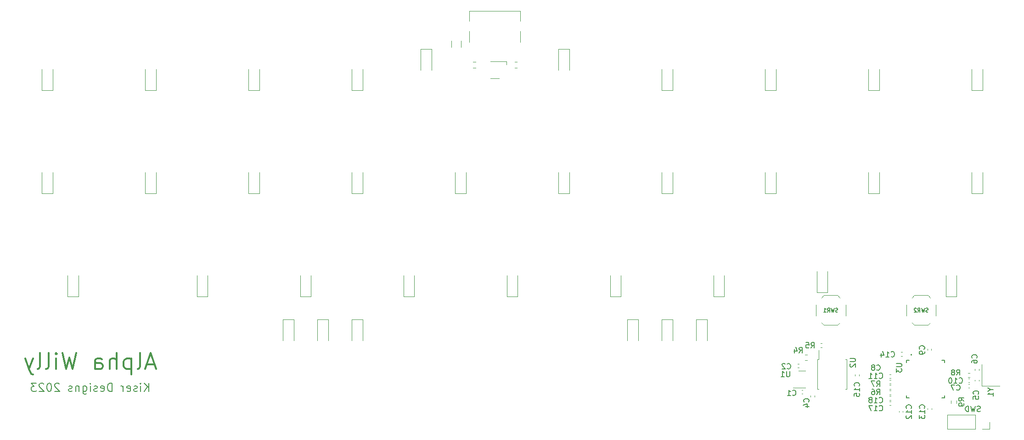
<source format=gbr>
%TF.GenerationSoftware,KiCad,Pcbnew,(6.0.10)*%
%TF.CreationDate,2023-02-13T13:47:23-06:00*%
%TF.ProjectId,AlphaWetPCB,416c7068-6157-4657-9450-43422e6b6963,rev?*%
%TF.SameCoordinates,Original*%
%TF.FileFunction,Legend,Bot*%
%TF.FilePolarity,Positive*%
%FSLAX46Y46*%
G04 Gerber Fmt 4.6, Leading zero omitted, Abs format (unit mm)*
G04 Created by KiCad (PCBNEW (6.0.10)) date 2023-02-13 13:47:23*
%MOMM*%
%LPD*%
G01*
G04 APERTURE LIST*
%ADD10C,0.300000*%
%ADD11C,0.150000*%
%ADD12C,0.200000*%
%ADD13C,0.120000*%
%ADD14C,0.127000*%
G04 APERTURE END LIST*
D10*
X75357142Y-83843750D02*
X73928571Y-83843750D01*
X75642857Y-84700892D02*
X74642857Y-81700892D01*
X73642857Y-84700892D01*
X72214285Y-84700892D02*
X72500000Y-84558035D01*
X72642857Y-84272321D01*
X72642857Y-81700892D01*
X71071428Y-82700892D02*
X71071428Y-85700892D01*
X71071428Y-82843750D02*
X70785714Y-82700892D01*
X70214285Y-82700892D01*
X69928571Y-82843750D01*
X69785714Y-82986607D01*
X69642857Y-83272321D01*
X69642857Y-84129464D01*
X69785714Y-84415178D01*
X69928571Y-84558035D01*
X70214285Y-84700892D01*
X70785714Y-84700892D01*
X71071428Y-84558035D01*
X68357142Y-84700892D02*
X68357142Y-81700892D01*
X67071428Y-84700892D02*
X67071428Y-83129464D01*
X67214285Y-82843750D01*
X67500000Y-82700892D01*
X67928571Y-82700892D01*
X68214285Y-82843750D01*
X68357142Y-82986607D01*
X64357142Y-84700892D02*
X64357142Y-83129464D01*
X64500000Y-82843750D01*
X64785714Y-82700892D01*
X65357142Y-82700892D01*
X65642857Y-82843750D01*
X64357142Y-84558035D02*
X64642857Y-84700892D01*
X65357142Y-84700892D01*
X65642857Y-84558035D01*
X65785714Y-84272321D01*
X65785714Y-83986607D01*
X65642857Y-83700892D01*
X65357142Y-83558035D01*
X64642857Y-83558035D01*
X64357142Y-83415178D01*
X60928571Y-81700892D02*
X60214285Y-84700892D01*
X59642857Y-82558035D01*
X59071428Y-84700892D01*
X58357142Y-81700892D01*
X57214285Y-84700892D02*
X57214285Y-82700892D01*
X57214285Y-81700892D02*
X57357142Y-81843750D01*
X57214285Y-81986607D01*
X57071428Y-81843750D01*
X57214285Y-81700892D01*
X57214285Y-81986607D01*
X55357142Y-84700892D02*
X55642857Y-84558035D01*
X55785714Y-84272321D01*
X55785714Y-81700892D01*
X53785714Y-84700892D02*
X54071428Y-84558035D01*
X54214285Y-84272321D01*
X54214285Y-81700892D01*
X52928571Y-82700892D02*
X52214285Y-84700892D01*
X51500000Y-82700892D02*
X52214285Y-84700892D01*
X52500000Y-85415178D01*
X52642857Y-85558035D01*
X52928571Y-85700892D01*
D11*
X227575892Y-92479761D02*
X227433035Y-92527380D01*
X227194940Y-92527380D01*
X227099702Y-92479761D01*
X227052083Y-92432142D01*
X227004464Y-92336904D01*
X227004464Y-92241666D01*
X227052083Y-92146428D01*
X227099702Y-92098809D01*
X227194940Y-92051190D01*
X227385416Y-92003571D01*
X227480654Y-91955952D01*
X227528273Y-91908333D01*
X227575892Y-91813095D01*
X227575892Y-91717857D01*
X227528273Y-91622619D01*
X227480654Y-91575000D01*
X227385416Y-91527380D01*
X227147321Y-91527380D01*
X227004464Y-91575000D01*
X226671130Y-91527380D02*
X226433035Y-92527380D01*
X226242559Y-91813095D01*
X226052083Y-92527380D01*
X225813988Y-91527380D01*
X225433035Y-92527380D02*
X225433035Y-91527380D01*
X225194940Y-91527380D01*
X225052083Y-91575000D01*
X224956845Y-91670238D01*
X224909226Y-91765476D01*
X224861607Y-91955952D01*
X224861607Y-92098809D01*
X224909226Y-92289285D01*
X224956845Y-92384523D01*
X225052083Y-92479761D01*
X225194940Y-92527380D01*
X225433035Y-92527380D01*
D12*
X74285714Y-88784821D02*
X74285714Y-87284821D01*
X73428571Y-88784821D02*
X74071428Y-87927678D01*
X73428571Y-87284821D02*
X74285714Y-88141964D01*
X72785714Y-88784821D02*
X72785714Y-87784821D01*
X72785714Y-87284821D02*
X72857142Y-87356250D01*
X72785714Y-87427678D01*
X72714285Y-87356250D01*
X72785714Y-87284821D01*
X72785714Y-87427678D01*
X72142857Y-88713392D02*
X72000000Y-88784821D01*
X71714285Y-88784821D01*
X71571428Y-88713392D01*
X71500000Y-88570535D01*
X71500000Y-88499107D01*
X71571428Y-88356250D01*
X71714285Y-88284821D01*
X71928571Y-88284821D01*
X72071428Y-88213392D01*
X72142857Y-88070535D01*
X72142857Y-87999107D01*
X72071428Y-87856250D01*
X71928571Y-87784821D01*
X71714285Y-87784821D01*
X71571428Y-87856250D01*
X70285714Y-88713392D02*
X70428571Y-88784821D01*
X70714285Y-88784821D01*
X70857142Y-88713392D01*
X70928571Y-88570535D01*
X70928571Y-87999107D01*
X70857142Y-87856250D01*
X70714285Y-87784821D01*
X70428571Y-87784821D01*
X70285714Y-87856250D01*
X70214285Y-87999107D01*
X70214285Y-88141964D01*
X70928571Y-88284821D01*
X69571428Y-88784821D02*
X69571428Y-87784821D01*
X69571428Y-88070535D02*
X69500000Y-87927678D01*
X69428571Y-87856250D01*
X69285714Y-87784821D01*
X69142857Y-87784821D01*
X67500000Y-88784821D02*
X67500000Y-87284821D01*
X67142857Y-87284821D01*
X66928571Y-87356250D01*
X66785714Y-87499107D01*
X66714285Y-87641964D01*
X66642857Y-87927678D01*
X66642857Y-88141964D01*
X66714285Y-88427678D01*
X66785714Y-88570535D01*
X66928571Y-88713392D01*
X67142857Y-88784821D01*
X67500000Y-88784821D01*
X65428571Y-88713392D02*
X65571428Y-88784821D01*
X65857142Y-88784821D01*
X66000000Y-88713392D01*
X66071428Y-88570535D01*
X66071428Y-87999107D01*
X66000000Y-87856250D01*
X65857142Y-87784821D01*
X65571428Y-87784821D01*
X65428571Y-87856250D01*
X65357142Y-87999107D01*
X65357142Y-88141964D01*
X66071428Y-88284821D01*
X64785714Y-88713392D02*
X64642857Y-88784821D01*
X64357142Y-88784821D01*
X64214285Y-88713392D01*
X64142857Y-88570535D01*
X64142857Y-88499107D01*
X64214285Y-88356250D01*
X64357142Y-88284821D01*
X64571428Y-88284821D01*
X64714285Y-88213392D01*
X64785714Y-88070535D01*
X64785714Y-87999107D01*
X64714285Y-87856250D01*
X64571428Y-87784821D01*
X64357142Y-87784821D01*
X64214285Y-87856250D01*
X63500000Y-88784821D02*
X63500000Y-87784821D01*
X63500000Y-87284821D02*
X63571428Y-87356250D01*
X63500000Y-87427678D01*
X63428571Y-87356250D01*
X63500000Y-87284821D01*
X63500000Y-87427678D01*
X62142857Y-87784821D02*
X62142857Y-88999107D01*
X62214285Y-89141964D01*
X62285714Y-89213392D01*
X62428571Y-89284821D01*
X62642857Y-89284821D01*
X62785714Y-89213392D01*
X62142857Y-88713392D02*
X62285714Y-88784821D01*
X62571428Y-88784821D01*
X62714285Y-88713392D01*
X62785714Y-88641964D01*
X62857142Y-88499107D01*
X62857142Y-88070535D01*
X62785714Y-87927678D01*
X62714285Y-87856250D01*
X62571428Y-87784821D01*
X62285714Y-87784821D01*
X62142857Y-87856250D01*
X61428571Y-87784821D02*
X61428571Y-88784821D01*
X61428571Y-87927678D02*
X61357142Y-87856250D01*
X61214285Y-87784821D01*
X61000000Y-87784821D01*
X60857142Y-87856250D01*
X60785714Y-87999107D01*
X60785714Y-88784821D01*
X60142857Y-88713392D02*
X60000000Y-88784821D01*
X59714285Y-88784821D01*
X59571428Y-88713392D01*
X59500000Y-88570535D01*
X59500000Y-88499107D01*
X59571428Y-88356250D01*
X59714285Y-88284821D01*
X59928571Y-88284821D01*
X60071428Y-88213392D01*
X60142857Y-88070535D01*
X60142857Y-87999107D01*
X60071428Y-87856250D01*
X59928571Y-87784821D01*
X59714285Y-87784821D01*
X59571428Y-87856250D01*
X57785714Y-87427678D02*
X57714285Y-87356250D01*
X57571428Y-87284821D01*
X57214285Y-87284821D01*
X57071428Y-87356250D01*
X57000000Y-87427678D01*
X56928571Y-87570535D01*
X56928571Y-87713392D01*
X57000000Y-87927678D01*
X57857142Y-88784821D01*
X56928571Y-88784821D01*
X56000000Y-87284821D02*
X55857142Y-87284821D01*
X55714285Y-87356250D01*
X55642857Y-87427678D01*
X55571428Y-87570535D01*
X55500000Y-87856250D01*
X55500000Y-88213392D01*
X55571428Y-88499107D01*
X55642857Y-88641964D01*
X55714285Y-88713392D01*
X55857142Y-88784821D01*
X56000000Y-88784821D01*
X56142857Y-88713392D01*
X56214285Y-88641964D01*
X56285714Y-88499107D01*
X56357142Y-88213392D01*
X56357142Y-87856250D01*
X56285714Y-87570535D01*
X56214285Y-87427678D01*
X56142857Y-87356250D01*
X56000000Y-87284821D01*
X54928571Y-87427678D02*
X54857142Y-87356250D01*
X54714285Y-87284821D01*
X54357142Y-87284821D01*
X54214285Y-87356250D01*
X54142857Y-87427678D01*
X54071428Y-87570535D01*
X54071428Y-87713392D01*
X54142857Y-87927678D01*
X55000000Y-88784821D01*
X54071428Y-88784821D01*
X53571428Y-87284821D02*
X52642857Y-87284821D01*
X53142857Y-87856250D01*
X52928571Y-87856250D01*
X52785714Y-87927678D01*
X52714285Y-87999107D01*
X52642857Y-88141964D01*
X52642857Y-88499107D01*
X52714285Y-88641964D01*
X52785714Y-88713392D01*
X52928571Y-88784821D01*
X53357142Y-88784821D01*
X53500000Y-88713392D01*
X53571428Y-88641964D01*
D11*
%TO.C,R9*%
X224607076Y-90572589D02*
X224130886Y-90239256D01*
X224607076Y-90001160D02*
X223607076Y-90001160D01*
X223607076Y-90382113D01*
X223654696Y-90477351D01*
X223702315Y-90524970D01*
X223797553Y-90572589D01*
X223940410Y-90572589D01*
X224035648Y-90524970D01*
X224083267Y-90477351D01*
X224130886Y-90382113D01*
X224130886Y-90001160D01*
X224607076Y-91048779D02*
X224607076Y-91239256D01*
X224559457Y-91334494D01*
X224511838Y-91382113D01*
X224368981Y-91477351D01*
X224178505Y-91524970D01*
X223797553Y-91524970D01*
X223702315Y-91477351D01*
X223654696Y-91429732D01*
X223607076Y-91334494D01*
X223607076Y-91144017D01*
X223654696Y-91048779D01*
X223702315Y-91001160D01*
X223797553Y-90953541D01*
X224035648Y-90953541D01*
X224130886Y-91001160D01*
X224178505Y-91048779D01*
X224226124Y-91144017D01*
X224226124Y-91334494D01*
X224178505Y-91429732D01*
X224130886Y-91477351D01*
X224035648Y-91524970D01*
%TO.C,C11*%
X208981622Y-86299618D02*
X209029241Y-86347237D01*
X209172098Y-86394856D01*
X209267336Y-86394856D01*
X209410193Y-86347237D01*
X209505431Y-86251999D01*
X209553050Y-86156761D01*
X209600669Y-85966285D01*
X209600669Y-85823428D01*
X209553050Y-85632952D01*
X209505431Y-85537714D01*
X209410193Y-85442476D01*
X209267336Y-85394856D01*
X209172098Y-85394856D01*
X209029241Y-85442476D01*
X208981622Y-85490095D01*
X208029241Y-86394856D02*
X208600669Y-86394856D01*
X208314955Y-86394856D02*
X208314955Y-85394856D01*
X208410193Y-85537714D01*
X208505431Y-85632952D01*
X208600669Y-85680571D01*
X207076860Y-86394856D02*
X207648288Y-86394856D01*
X207362574Y-86394856D02*
X207362574Y-85394856D01*
X207457812Y-85537714D01*
X207553050Y-85632952D01*
X207648288Y-85680571D01*
%TO.C,C4*%
X195922539Y-90742979D02*
X195970158Y-90695360D01*
X196017777Y-90552503D01*
X196017777Y-90457265D01*
X195970158Y-90314407D01*
X195874920Y-90219169D01*
X195779682Y-90171550D01*
X195589206Y-90123931D01*
X195446349Y-90123931D01*
X195255873Y-90171550D01*
X195160635Y-90219169D01*
X195065397Y-90314407D01*
X195017777Y-90457265D01*
X195017777Y-90552503D01*
X195065397Y-90695360D01*
X195113016Y-90742979D01*
X195351111Y-91600122D02*
X196017777Y-91600122D01*
X194970158Y-91362026D02*
X195684444Y-91123931D01*
X195684444Y-91742979D01*
%TO.C,R4*%
X194214435Y-81666069D02*
X194547769Y-81189879D01*
X194785864Y-81666069D02*
X194785864Y-80666069D01*
X194404911Y-80666069D01*
X194309673Y-80713689D01*
X194262054Y-80761308D01*
X194214435Y-80856546D01*
X194214435Y-80999403D01*
X194262054Y-81094641D01*
X194309673Y-81142260D01*
X194404911Y-81189879D01*
X194785864Y-81189879D01*
X193357292Y-80999403D02*
X193357292Y-81666069D01*
X193595388Y-80618450D02*
X193833483Y-81332736D01*
X193214435Y-81332736D01*
%TO.C,U1*%
X192448918Y-85092484D02*
X192448918Y-85902008D01*
X192401299Y-85997246D01*
X192353680Y-86044865D01*
X192258442Y-86092484D01*
X192067966Y-86092484D01*
X191972728Y-86044865D01*
X191925109Y-85997246D01*
X191877490Y-85902008D01*
X191877490Y-85092484D01*
X190877490Y-86092484D02*
X191448918Y-86092484D01*
X191163204Y-86092484D02*
X191163204Y-85092484D01*
X191258442Y-85235342D01*
X191353680Y-85330580D01*
X191448918Y-85378199D01*
%TO.C,R8*%
X223230313Y-85790111D02*
X223563647Y-85313921D01*
X223801742Y-85790111D02*
X223801742Y-84790111D01*
X223420789Y-84790111D01*
X223325551Y-84837731D01*
X223277932Y-84885350D01*
X223230313Y-84980588D01*
X223230313Y-85123445D01*
X223277932Y-85218683D01*
X223325551Y-85266302D01*
X223420789Y-85313921D01*
X223801742Y-85313921D01*
X222658885Y-85218683D02*
X222754123Y-85171064D01*
X222801742Y-85123445D01*
X222849361Y-85028207D01*
X222849361Y-84980588D01*
X222801742Y-84885350D01*
X222754123Y-84837731D01*
X222658885Y-84790111D01*
X222468408Y-84790111D01*
X222373170Y-84837731D01*
X222325551Y-84885350D01*
X222277932Y-84980588D01*
X222277932Y-85028207D01*
X222325551Y-85123445D01*
X222373170Y-85171064D01*
X222468408Y-85218683D01*
X222658885Y-85218683D01*
X222754123Y-85266302D01*
X222801742Y-85313921D01*
X222849361Y-85409159D01*
X222849361Y-85599635D01*
X222801742Y-85694873D01*
X222754123Y-85742492D01*
X222658885Y-85790111D01*
X222468408Y-85790111D01*
X222373170Y-85742492D01*
X222325551Y-85694873D01*
X222277932Y-85599635D01*
X222277932Y-85409159D01*
X222325551Y-85313921D01*
X222373170Y-85266302D01*
X222468408Y-85218683D01*
%TO.C,C17*%
X208981622Y-92299618D02*
X209029241Y-92347237D01*
X209172098Y-92394856D01*
X209267336Y-92394856D01*
X209410193Y-92347237D01*
X209505431Y-92251999D01*
X209553050Y-92156761D01*
X209600669Y-91966285D01*
X209600669Y-91823428D01*
X209553050Y-91632952D01*
X209505431Y-91537714D01*
X209410193Y-91442476D01*
X209267336Y-91394856D01*
X209172098Y-91394856D01*
X209029241Y-91442476D01*
X208981622Y-91490095D01*
X208029241Y-92394856D02*
X208600669Y-92394856D01*
X208314955Y-92394856D02*
X208314955Y-91394856D01*
X208410193Y-91537714D01*
X208505431Y-91632952D01*
X208600669Y-91680571D01*
X207695907Y-91394856D02*
X207029241Y-91394856D01*
X207457812Y-92394856D01*
%TO.C,C10*%
X223690232Y-87194873D02*
X223737851Y-87242492D01*
X223880708Y-87290111D01*
X223975946Y-87290111D01*
X224118803Y-87242492D01*
X224214041Y-87147254D01*
X224261660Y-87052016D01*
X224309279Y-86861540D01*
X224309279Y-86718683D01*
X224261660Y-86528207D01*
X224214041Y-86432969D01*
X224118803Y-86337731D01*
X223975946Y-86290111D01*
X223880708Y-86290111D01*
X223737851Y-86337731D01*
X223690232Y-86385350D01*
X222737851Y-87290111D02*
X223309279Y-87290111D01*
X223023565Y-87290111D02*
X223023565Y-86290111D01*
X223118803Y-86432969D01*
X223214041Y-86528207D01*
X223309279Y-86575826D01*
X222118803Y-86290111D02*
X222023565Y-86290111D01*
X221928327Y-86337731D01*
X221880708Y-86385350D01*
X221833089Y-86480588D01*
X221785470Y-86671064D01*
X221785470Y-86909159D01*
X221833089Y-87099635D01*
X221880708Y-87194873D01*
X221928327Y-87242492D01*
X222023565Y-87290111D01*
X222118803Y-87290111D01*
X222214041Y-87242492D01*
X222261660Y-87194873D01*
X222309279Y-87099635D01*
X222356898Y-86909159D01*
X222356898Y-86671064D01*
X222309279Y-86480588D01*
X222261660Y-86385350D01*
X222214041Y-86337731D01*
X222118803Y-86290111D01*
%TO.C,C15*%
X205238891Y-87812417D02*
X205286510Y-87764798D01*
X205334129Y-87621941D01*
X205334129Y-87526703D01*
X205286510Y-87383846D01*
X205191272Y-87288608D01*
X205096034Y-87240989D01*
X204905558Y-87193370D01*
X204762701Y-87193370D01*
X204572225Y-87240989D01*
X204476987Y-87288608D01*
X204381749Y-87383846D01*
X204334129Y-87526703D01*
X204334129Y-87621941D01*
X204381749Y-87764798D01*
X204429368Y-87812417D01*
X205334129Y-88764798D02*
X205334129Y-88193370D01*
X205334129Y-88479084D02*
X204334129Y-88479084D01*
X204476987Y-88383846D01*
X204572225Y-88288608D01*
X204619844Y-88193370D01*
X204334129Y-89669560D02*
X204334129Y-89193370D01*
X204810320Y-89145751D01*
X204762701Y-89193370D01*
X204715082Y-89288608D01*
X204715082Y-89526703D01*
X204762701Y-89621941D01*
X204810320Y-89669560D01*
X204905558Y-89717179D01*
X205143653Y-89717179D01*
X205238891Y-89669560D01*
X205286510Y-89621941D01*
X205334129Y-89526703D01*
X205334129Y-89288608D01*
X205286510Y-89193370D01*
X205238891Y-89145751D01*
%TO.C,U3*%
X212101332Y-83643787D02*
X212910856Y-83643787D01*
X213006094Y-83691406D01*
X213053713Y-83739025D01*
X213101332Y-83834263D01*
X213101332Y-84024739D01*
X213053713Y-84119977D01*
X213006094Y-84167596D01*
X212910856Y-84215215D01*
X212101332Y-84215215D01*
X212101332Y-84596168D02*
X212101332Y-85215215D01*
X212482285Y-84881882D01*
X212482285Y-85024739D01*
X212529904Y-85119977D01*
X212577523Y-85167596D01*
X212672761Y-85215215D01*
X212910856Y-85215215D01*
X213006094Y-85167596D01*
X213053713Y-85119977D01*
X213101332Y-85024739D01*
X213101332Y-84739025D01*
X213053713Y-84643787D01*
X213006094Y-84596168D01*
%TO.C,C13*%
X217262434Y-91908148D02*
X217310053Y-91860529D01*
X217357672Y-91717672D01*
X217357672Y-91622434D01*
X217310053Y-91479577D01*
X217214815Y-91384339D01*
X217119577Y-91336720D01*
X216929101Y-91289101D01*
X216786244Y-91289101D01*
X216595768Y-91336720D01*
X216500530Y-91384339D01*
X216405292Y-91479577D01*
X216357672Y-91622434D01*
X216357672Y-91717672D01*
X216405292Y-91860529D01*
X216452911Y-91908148D01*
X217357672Y-92860529D02*
X217357672Y-92289101D01*
X217357672Y-92574815D02*
X216357672Y-92574815D01*
X216500530Y-92479577D01*
X216595768Y-92384339D01*
X216643387Y-92289101D01*
X216357672Y-93193863D02*
X216357672Y-93812910D01*
X216738625Y-93479577D01*
X216738625Y-93622434D01*
X216786244Y-93717672D01*
X216833863Y-93765291D01*
X216929101Y-93812910D01*
X217167196Y-93812910D01*
X217262434Y-93765291D01*
X217310053Y-93717672D01*
X217357672Y-93622434D01*
X217357672Y-93336720D01*
X217310053Y-93241482D01*
X217262434Y-93193863D01*
%TO.C,C2*%
X192001493Y-84544731D02*
X192049112Y-84592350D01*
X192191969Y-84639969D01*
X192287207Y-84639969D01*
X192430065Y-84592350D01*
X192525303Y-84497112D01*
X192572922Y-84401874D01*
X192620541Y-84211398D01*
X192620541Y-84068541D01*
X192572922Y-83878065D01*
X192525303Y-83782827D01*
X192430065Y-83687589D01*
X192287207Y-83639969D01*
X192191969Y-83639969D01*
X192049112Y-83687589D01*
X192001493Y-83735208D01*
X191620541Y-83735208D02*
X191572922Y-83687589D01*
X191477684Y-83639969D01*
X191239588Y-83639969D01*
X191144350Y-83687589D01*
X191096731Y-83735208D01*
X191049112Y-83830446D01*
X191049112Y-83925684D01*
X191096731Y-84068541D01*
X191668160Y-84639969D01*
X191049112Y-84639969D01*
%TO.C,R7*%
X208505431Y-87894856D02*
X208838765Y-87418666D01*
X209076860Y-87894856D02*
X209076860Y-86894856D01*
X208695907Y-86894856D01*
X208600669Y-86942476D01*
X208553050Y-86990095D01*
X208505431Y-87085333D01*
X208505431Y-87228190D01*
X208553050Y-87323428D01*
X208600669Y-87371047D01*
X208695907Y-87418666D01*
X209076860Y-87418666D01*
X208172098Y-86894856D02*
X207505431Y-86894856D01*
X207934003Y-87894856D01*
%TO.C,R5*%
X196385486Y-80780786D02*
X196718820Y-80304596D01*
X196956915Y-80780786D02*
X196956915Y-79780786D01*
X196575962Y-79780786D01*
X196480724Y-79828406D01*
X196433105Y-79876025D01*
X196385486Y-79971263D01*
X196385486Y-80114120D01*
X196433105Y-80209358D01*
X196480724Y-80256977D01*
X196575962Y-80304596D01*
X196956915Y-80304596D01*
X195480724Y-79780786D02*
X195956915Y-79780786D01*
X196004534Y-80256977D01*
X195956915Y-80209358D01*
X195861677Y-80161739D01*
X195623581Y-80161739D01*
X195528343Y-80209358D01*
X195480724Y-80256977D01*
X195433105Y-80352215D01*
X195433105Y-80590310D01*
X195480724Y-80685548D01*
X195528343Y-80733167D01*
X195623581Y-80780786D01*
X195861677Y-80780786D01*
X195956915Y-80733167D01*
X196004534Y-80685548D01*
%TO.C,C8*%
X208505431Y-84799618D02*
X208553050Y-84847237D01*
X208695907Y-84894856D01*
X208791145Y-84894856D01*
X208934003Y-84847237D01*
X209029241Y-84751999D01*
X209076860Y-84656761D01*
X209124479Y-84466285D01*
X209124479Y-84323428D01*
X209076860Y-84132952D01*
X209029241Y-84037714D01*
X208934003Y-83942476D01*
X208791145Y-83894856D01*
X208695907Y-83894856D01*
X208553050Y-83942476D01*
X208505431Y-83990095D01*
X207934003Y-84323428D02*
X208029241Y-84275809D01*
X208076860Y-84228190D01*
X208124479Y-84132952D01*
X208124479Y-84085333D01*
X208076860Y-83990095D01*
X208029241Y-83942476D01*
X207934003Y-83894856D01*
X207743526Y-83894856D01*
X207648288Y-83942476D01*
X207600669Y-83990095D01*
X207553050Y-84085333D01*
X207553050Y-84132952D01*
X207600669Y-84228190D01*
X207648288Y-84275809D01*
X207743526Y-84323428D01*
X207934003Y-84323428D01*
X208029241Y-84371047D01*
X208076860Y-84418666D01*
X208124479Y-84513904D01*
X208124479Y-84704380D01*
X208076860Y-84799618D01*
X208029241Y-84847237D01*
X207934003Y-84894856D01*
X207743526Y-84894856D01*
X207648288Y-84847237D01*
X207600669Y-84799618D01*
X207553050Y-84704380D01*
X207553050Y-84513904D01*
X207600669Y-84418666D01*
X207648288Y-84371047D01*
X207743526Y-84323428D01*
%TO.C,SWR1*%
X201308333Y-74102083D02*
X201208333Y-74135416D01*
X201041666Y-74135416D01*
X200975000Y-74102083D01*
X200941666Y-74068750D01*
X200908333Y-74002083D01*
X200908333Y-73935416D01*
X200941666Y-73868750D01*
X200975000Y-73835416D01*
X201041666Y-73802083D01*
X201175000Y-73768750D01*
X201241666Y-73735416D01*
X201275000Y-73702083D01*
X201308333Y-73635416D01*
X201308333Y-73568750D01*
X201275000Y-73502083D01*
X201241666Y-73468750D01*
X201175000Y-73435416D01*
X201008333Y-73435416D01*
X200908333Y-73468750D01*
X200675000Y-73435416D02*
X200508333Y-74135416D01*
X200375000Y-73635416D01*
X200241666Y-74135416D01*
X200075000Y-73435416D01*
X199408333Y-74135416D02*
X199641666Y-73802083D01*
X199808333Y-74135416D02*
X199808333Y-73435416D01*
X199541666Y-73435416D01*
X199475000Y-73468750D01*
X199441666Y-73502083D01*
X199408333Y-73568750D01*
X199408333Y-73668750D01*
X199441666Y-73735416D01*
X199475000Y-73768750D01*
X199541666Y-73802083D01*
X199808333Y-73802083D01*
X198741666Y-74135416D02*
X199141666Y-74135416D01*
X198941666Y-74135416D02*
X198941666Y-73435416D01*
X199008333Y-73535416D01*
X199075000Y-73602083D01*
X199141666Y-73635416D01*
%TO.C,C18*%
X208981622Y-90799618D02*
X209029241Y-90847237D01*
X209172098Y-90894856D01*
X209267336Y-90894856D01*
X209410193Y-90847237D01*
X209505431Y-90751999D01*
X209553050Y-90656761D01*
X209600669Y-90466285D01*
X209600669Y-90323428D01*
X209553050Y-90132952D01*
X209505431Y-90037714D01*
X209410193Y-89942476D01*
X209267336Y-89894856D01*
X209172098Y-89894856D01*
X209029241Y-89942476D01*
X208981622Y-89990095D01*
X208029241Y-90894856D02*
X208600669Y-90894856D01*
X208314955Y-90894856D02*
X208314955Y-89894856D01*
X208410193Y-90037714D01*
X208505431Y-90132952D01*
X208600669Y-90180571D01*
X207457812Y-90323428D02*
X207553050Y-90275809D01*
X207600669Y-90228190D01*
X207648288Y-90132952D01*
X207648288Y-90085333D01*
X207600669Y-89990095D01*
X207553050Y-89942476D01*
X207457812Y-89894856D01*
X207267336Y-89894856D01*
X207172098Y-89942476D01*
X207124479Y-89990095D01*
X207076860Y-90085333D01*
X207076860Y-90132952D01*
X207124479Y-90228190D01*
X207172098Y-90275809D01*
X207267336Y-90323428D01*
X207457812Y-90323428D01*
X207553050Y-90371047D01*
X207600669Y-90418666D01*
X207648288Y-90513904D01*
X207648288Y-90704380D01*
X207600669Y-90799618D01*
X207553050Y-90847237D01*
X207457812Y-90894856D01*
X207267336Y-90894856D01*
X207172098Y-90847237D01*
X207124479Y-90799618D01*
X207076860Y-90704380D01*
X207076860Y-90513904D01*
X207124479Y-90418666D01*
X207172098Y-90371047D01*
X207267336Y-90323428D01*
%TO.C,C5*%
X227207848Y-89303803D02*
X227255467Y-89256184D01*
X227303086Y-89113327D01*
X227303086Y-89018089D01*
X227255467Y-88875231D01*
X227160229Y-88779993D01*
X227064991Y-88732374D01*
X226874515Y-88684755D01*
X226731658Y-88684755D01*
X226541182Y-88732374D01*
X226445944Y-88779993D01*
X226350706Y-88875231D01*
X226303086Y-89018089D01*
X226303086Y-89113327D01*
X226350706Y-89256184D01*
X226398325Y-89303803D01*
X226303086Y-90208565D02*
X226303086Y-89732374D01*
X226779277Y-89684755D01*
X226731658Y-89732374D01*
X226684039Y-89827612D01*
X226684039Y-90065708D01*
X226731658Y-90160946D01*
X226779277Y-90208565D01*
X226874515Y-90256184D01*
X227112610Y-90256184D01*
X227207848Y-90208565D01*
X227255467Y-90160946D01*
X227303086Y-90065708D01*
X227303086Y-89827612D01*
X227255467Y-89732374D01*
X227207848Y-89684755D01*
%TO.C,C12*%
X214830290Y-91923916D02*
X214877909Y-91876297D01*
X214925528Y-91733440D01*
X214925528Y-91638202D01*
X214877909Y-91495345D01*
X214782671Y-91400107D01*
X214687433Y-91352488D01*
X214496957Y-91304869D01*
X214354100Y-91304869D01*
X214163624Y-91352488D01*
X214068386Y-91400107D01*
X213973148Y-91495345D01*
X213925528Y-91638202D01*
X213925528Y-91733440D01*
X213973148Y-91876297D01*
X214020767Y-91923916D01*
X214925528Y-92876297D02*
X214925528Y-92304869D01*
X214925528Y-92590583D02*
X213925528Y-92590583D01*
X214068386Y-92495345D01*
X214163624Y-92400107D01*
X214211243Y-92304869D01*
X214020767Y-93257250D02*
X213973148Y-93304869D01*
X213925528Y-93400107D01*
X213925528Y-93638202D01*
X213973148Y-93733440D01*
X214020767Y-93781059D01*
X214116005Y-93828678D01*
X214211243Y-93828678D01*
X214354100Y-93781059D01*
X214925528Y-93209631D01*
X214925528Y-93828678D01*
%TO.C,C9*%
X217234514Y-80997849D02*
X217282133Y-80950230D01*
X217329752Y-80807373D01*
X217329752Y-80712135D01*
X217282133Y-80569277D01*
X217186895Y-80474039D01*
X217091657Y-80426420D01*
X216901181Y-80378801D01*
X216758324Y-80378801D01*
X216567848Y-80426420D01*
X216472610Y-80474039D01*
X216377372Y-80569277D01*
X216329752Y-80712135D01*
X216329752Y-80807373D01*
X216377372Y-80950230D01*
X216424991Y-80997849D01*
X217329752Y-81474039D02*
X217329752Y-81664516D01*
X217282133Y-81759754D01*
X217234514Y-81807373D01*
X217091657Y-81902611D01*
X216901181Y-81950230D01*
X216520229Y-81950230D01*
X216424991Y-81902611D01*
X216377372Y-81854992D01*
X216329752Y-81759754D01*
X216329752Y-81569277D01*
X216377372Y-81474039D01*
X216424991Y-81426420D01*
X216520229Y-81378801D01*
X216758324Y-81378801D01*
X216853562Y-81426420D01*
X216901181Y-81474039D01*
X216948800Y-81569277D01*
X216948800Y-81759754D01*
X216901181Y-81854992D01*
X216853562Y-81902611D01*
X216758324Y-81950230D01*
%TO.C,C14*%
X211150440Y-82336235D02*
X211198059Y-82383854D01*
X211340916Y-82431473D01*
X211436154Y-82431473D01*
X211579011Y-82383854D01*
X211674249Y-82288616D01*
X211721868Y-82193378D01*
X211769487Y-82002902D01*
X211769487Y-81860045D01*
X211721868Y-81669569D01*
X211674249Y-81574331D01*
X211579011Y-81479093D01*
X211436154Y-81431473D01*
X211340916Y-81431473D01*
X211198059Y-81479093D01*
X211150440Y-81526712D01*
X210198059Y-82431473D02*
X210769487Y-82431473D01*
X210483773Y-82431473D02*
X210483773Y-81431473D01*
X210579011Y-81574331D01*
X210674249Y-81669569D01*
X210769487Y-81717188D01*
X209340916Y-81764807D02*
X209340916Y-82431473D01*
X209579011Y-81383854D02*
X209817106Y-82098140D01*
X209198059Y-82098140D01*
%TO.C,U2*%
X203549854Y-82714092D02*
X204359378Y-82714092D01*
X204454616Y-82761711D01*
X204502235Y-82809330D01*
X204549854Y-82904568D01*
X204549854Y-83095044D01*
X204502235Y-83190282D01*
X204454616Y-83237901D01*
X204359378Y-83285520D01*
X203549854Y-83285520D01*
X203645093Y-83714092D02*
X203597474Y-83761711D01*
X203549854Y-83856949D01*
X203549854Y-84095044D01*
X203597474Y-84190282D01*
X203645093Y-84237901D01*
X203740331Y-84285520D01*
X203835569Y-84285520D01*
X203978426Y-84237901D01*
X204549854Y-83666473D01*
X204549854Y-84285520D01*
%TO.C,R6*%
X208505431Y-89394856D02*
X208838765Y-88918666D01*
X209076860Y-89394856D02*
X209076860Y-88394856D01*
X208695907Y-88394856D01*
X208600669Y-88442476D01*
X208553050Y-88490095D01*
X208505431Y-88585333D01*
X208505431Y-88728190D01*
X208553050Y-88823428D01*
X208600669Y-88871047D01*
X208695907Y-88918666D01*
X209076860Y-88918666D01*
X207648288Y-88394856D02*
X207838765Y-88394856D01*
X207934003Y-88442476D01*
X207981622Y-88490095D01*
X208076860Y-88632952D01*
X208124479Y-88823428D01*
X208124479Y-89204380D01*
X208076860Y-89299618D01*
X208029241Y-89347237D01*
X207934003Y-89394856D01*
X207743526Y-89394856D01*
X207648288Y-89347237D01*
X207600669Y-89299618D01*
X207553050Y-89204380D01*
X207553050Y-88966285D01*
X207600669Y-88871047D01*
X207648288Y-88823428D01*
X207743526Y-88775809D01*
X207934003Y-88775809D01*
X208029241Y-88823428D01*
X208076860Y-88871047D01*
X208124479Y-88966285D01*
%TO.C,SWR2*%
X217977083Y-74102083D02*
X217877083Y-74135416D01*
X217710416Y-74135416D01*
X217643750Y-74102083D01*
X217610416Y-74068750D01*
X217577083Y-74002083D01*
X217577083Y-73935416D01*
X217610416Y-73868750D01*
X217643750Y-73835416D01*
X217710416Y-73802083D01*
X217843750Y-73768750D01*
X217910416Y-73735416D01*
X217943750Y-73702083D01*
X217977083Y-73635416D01*
X217977083Y-73568750D01*
X217943750Y-73502083D01*
X217910416Y-73468750D01*
X217843750Y-73435416D01*
X217677083Y-73435416D01*
X217577083Y-73468750D01*
X217343750Y-73435416D02*
X217177083Y-74135416D01*
X217043750Y-73635416D01*
X216910416Y-74135416D01*
X216743750Y-73435416D01*
X216077083Y-74135416D02*
X216310416Y-73802083D01*
X216477083Y-74135416D02*
X216477083Y-73435416D01*
X216210416Y-73435416D01*
X216143750Y-73468750D01*
X216110416Y-73502083D01*
X216077083Y-73568750D01*
X216077083Y-73668750D01*
X216110416Y-73735416D01*
X216143750Y-73768750D01*
X216210416Y-73802083D01*
X216477083Y-73802083D01*
X215810416Y-73502083D02*
X215777083Y-73468750D01*
X215710416Y-73435416D01*
X215543750Y-73435416D01*
X215477083Y-73468750D01*
X215443750Y-73502083D01*
X215410416Y-73568750D01*
X215410416Y-73635416D01*
X215443750Y-73735416D01*
X215843750Y-74135416D01*
X215410416Y-74135416D01*
%TO.C,C7*%
X223230313Y-88494873D02*
X223277932Y-88542492D01*
X223420789Y-88590111D01*
X223516027Y-88590111D01*
X223658885Y-88542492D01*
X223754123Y-88447254D01*
X223801742Y-88352016D01*
X223849361Y-88161540D01*
X223849361Y-88018683D01*
X223801742Y-87828207D01*
X223754123Y-87732969D01*
X223658885Y-87637731D01*
X223516027Y-87590111D01*
X223420789Y-87590111D01*
X223277932Y-87637731D01*
X223230313Y-87685350D01*
X222896980Y-87590111D02*
X222230313Y-87590111D01*
X222658885Y-88590111D01*
%TO.C,C1*%
X192991901Y-89454065D02*
X193039520Y-89501684D01*
X193182377Y-89549303D01*
X193277615Y-89549303D01*
X193420473Y-89501684D01*
X193515711Y-89406446D01*
X193563330Y-89311208D01*
X193610949Y-89120732D01*
X193610949Y-88977875D01*
X193563330Y-88787399D01*
X193515711Y-88692161D01*
X193420473Y-88596923D01*
X193277615Y-88549303D01*
X193182377Y-88549303D01*
X193039520Y-88596923D01*
X192991901Y-88644542D01*
X192039520Y-89549303D02*
X192610949Y-89549303D01*
X192325235Y-89549303D02*
X192325235Y-88549303D01*
X192420473Y-88692161D01*
X192515711Y-88787399D01*
X192610949Y-88835018D01*
%TO.C,C6*%
X226926806Y-82643102D02*
X226974425Y-82595483D01*
X227022044Y-82452626D01*
X227022044Y-82357388D01*
X226974425Y-82214530D01*
X226879187Y-82119292D01*
X226783949Y-82071673D01*
X226593473Y-82024054D01*
X226450616Y-82024054D01*
X226260140Y-82071673D01*
X226164902Y-82119292D01*
X226069664Y-82214530D01*
X226022044Y-82357388D01*
X226022044Y-82452626D01*
X226069664Y-82595483D01*
X226117283Y-82643102D01*
X226022044Y-83500245D02*
X226022044Y-83309769D01*
X226069664Y-83214530D01*
X226117283Y-83166911D01*
X226260140Y-83071673D01*
X226450616Y-83024054D01*
X226831568Y-83024054D01*
X226926806Y-83071673D01*
X226974425Y-83119292D01*
X227022044Y-83214530D01*
X227022044Y-83405007D01*
X226974425Y-83500245D01*
X226926806Y-83547864D01*
X226831568Y-83595483D01*
X226593473Y-83595483D01*
X226498235Y-83547864D01*
X226450616Y-83500245D01*
X226402997Y-83405007D01*
X226402997Y-83214530D01*
X226450616Y-83119292D01*
X226498235Y-83071673D01*
X226593473Y-83024054D01*
%TO.C,Y1*%
X229482745Y-88446246D02*
X229958935Y-88446246D01*
X228958935Y-88112913D02*
X229482745Y-88446246D01*
X228958935Y-88779579D01*
X229958935Y-89636722D02*
X229958935Y-89065294D01*
X229958935Y-89351008D02*
X228958935Y-89351008D01*
X229101793Y-89255770D01*
X229197031Y-89160532D01*
X229244650Y-89065294D01*
D13*
%TO.C,R9*%
X222202196Y-90976514D02*
X222202196Y-90501998D01*
X223247196Y-90976514D02*
X223247196Y-90501998D01*
%TO.C,U4*%
X138112500Y-30960000D02*
X137312500Y-30960000D01*
X140212500Y-28450000D02*
X140212500Y-27840000D01*
X138112500Y-30960000D02*
X138912500Y-30960000D01*
X140212500Y-27840000D02*
X137312500Y-27840000D01*
%TO.C,D3*%
X94662500Y-33206250D02*
X94662500Y-29306250D01*
X92662500Y-33206250D02*
X92662500Y-29306250D01*
X94662500Y-33206250D02*
X92662500Y-33206250D01*
%TO.C,R1*%
X134053761Y-29003782D02*
X134528277Y-29003782D01*
X134053761Y-27958782D02*
X134528277Y-27958782D01*
%TO.C,D28*%
X199437500Y-70512500D02*
X197437500Y-70512500D01*
X199437500Y-70512500D02*
X199437500Y-66612500D01*
X197437500Y-70512500D02*
X197437500Y-66612500D01*
%TO.C,C11*%
X211095336Y-86658750D02*
X210879664Y-86658750D01*
X211095336Y-87378750D02*
X210879664Y-87378750D01*
%TO.C,D27*%
X178387500Y-71306250D02*
X178387500Y-67406250D01*
X180387500Y-71306250D02*
X180387500Y-67406250D01*
X180387500Y-71306250D02*
X178387500Y-71306250D01*
%TO.C,F1*%
X131878750Y-24004186D02*
X131878750Y-25208314D01*
X130058750Y-24004186D02*
X130058750Y-25208314D01*
%TO.C,D2*%
X75612500Y-33206250D02*
X75612500Y-29306250D01*
X75612500Y-33206250D02*
X73612500Y-33206250D01*
X73612500Y-33206250D02*
X73612500Y-29306250D01*
%TO.C,D35*%
X175212500Y-75537500D02*
X177212500Y-75537500D01*
X175212500Y-75537500D02*
X175212500Y-79437500D01*
X177212500Y-75537500D02*
X177212500Y-79437500D01*
%TO.C,D24*%
X121237500Y-71306250D02*
X121237500Y-67406250D01*
X123237500Y-71306250D02*
X121237500Y-71306250D01*
X123237500Y-71306250D02*
X123237500Y-67406250D01*
%TO.C,C4*%
X196327500Y-89610914D02*
X196327500Y-89826586D01*
X197047500Y-89610914D02*
X197047500Y-89826586D01*
%TO.C,D9*%
X208962500Y-33206250D02*
X206962500Y-33206250D01*
X208962500Y-33206250D02*
X208962500Y-29306250D01*
X206962500Y-33206250D02*
X206962500Y-29306250D01*
%TO.C,R4*%
X195250242Y-83041250D02*
X195724758Y-83041250D01*
X195250242Y-81996250D02*
X195724758Y-81996250D01*
%TO.C,D4*%
X113712500Y-33206250D02*
X111712500Y-33206250D01*
X111712500Y-33206250D02*
X111712500Y-29306250D01*
X113712500Y-33206250D02*
X113712500Y-29306250D01*
%TO.C,U1*%
X194734795Y-84974478D02*
X195384795Y-84974478D01*
X194734795Y-88094478D02*
X193059795Y-88094478D01*
X194734795Y-84974478D02*
X194084795Y-84974478D01*
X194734795Y-88094478D02*
X195384795Y-88094478D01*
%TO.C,D33*%
X162512500Y-75537500D02*
X162512500Y-79437500D01*
X164512500Y-75537500D02*
X164512500Y-79437500D01*
X162512500Y-75537500D02*
X164512500Y-75537500D01*
%TO.C,D12*%
X75612500Y-52256250D02*
X73612500Y-52256250D01*
X73612500Y-52256250D02*
X73612500Y-48356250D01*
X75612500Y-52256250D02*
X75612500Y-48356250D01*
%TO.C,D7*%
X170862500Y-33206250D02*
X170862500Y-29306250D01*
X170862500Y-33206250D02*
X168862500Y-33206250D01*
X168862500Y-33206250D02*
X168862500Y-29306250D01*
%TO.C,R8*%
X225651807Y-85383956D02*
X225344525Y-85383956D01*
X225651807Y-86143956D02*
X225344525Y-86143956D01*
%TO.C,C17*%
X211095336Y-90658750D02*
X210879664Y-90658750D01*
X211095336Y-91378750D02*
X210879664Y-91378750D01*
%TO.C,D13*%
X92662500Y-52256250D02*
X92662500Y-48356250D01*
X94662500Y-52256250D02*
X92662500Y-52256250D01*
X94662500Y-52256250D02*
X94662500Y-48356250D01*
%TO.C,D6*%
X149812500Y-25531250D02*
X149812500Y-29431250D01*
X151812500Y-25531250D02*
X151812500Y-29431250D01*
X149812500Y-25531250D02*
X151812500Y-25531250D01*
%TO.C,D8*%
X187912500Y-33206250D02*
X187912500Y-29306250D01*
X189912500Y-33206250D02*
X189912500Y-29306250D01*
X189912500Y-33206250D02*
X187912500Y-33206250D01*
%TO.C,D22*%
X83137500Y-71306250D02*
X83137500Y-67406250D01*
X85137500Y-71306250D02*
X85137500Y-67406250D01*
X85137500Y-71306250D02*
X83137500Y-71306250D01*
%TO.C,D23*%
X102187500Y-71306250D02*
X102187500Y-67406250D01*
X104187500Y-71306250D02*
X104187500Y-67406250D01*
X104187500Y-71306250D02*
X102187500Y-71306250D01*
%TO.C,C10*%
X225390330Y-86410506D02*
X225606002Y-86410506D01*
X225390330Y-87130506D02*
X225606002Y-87130506D01*
%TO.C,D29*%
X223250000Y-71306250D02*
X221250000Y-71306250D01*
X221250000Y-71306250D02*
X221250000Y-67406250D01*
X223250000Y-71306250D02*
X223250000Y-67406250D01*
%TO.C,D18*%
X189912500Y-52256250D02*
X187912500Y-52256250D01*
X187912500Y-52256250D02*
X187912500Y-48356250D01*
X189912500Y-52256250D02*
X189912500Y-48356250D01*
%TO.C,C15*%
X204527500Y-85926586D02*
X204527500Y-85710914D01*
X205247500Y-85926586D02*
X205247500Y-85710914D01*
%TO.C,J1*%
X142812500Y-20400000D02*
X142812500Y-18500000D01*
X133412500Y-20400000D02*
X133412500Y-18500000D01*
X133412500Y-18500000D02*
X142812500Y-18500000D01*
X133412500Y-24300000D02*
X133412500Y-22300000D01*
X142812500Y-24300000D02*
X142812500Y-22300000D01*
%TO.C,D16*%
X149812500Y-52256250D02*
X149812500Y-48356250D01*
X151812500Y-52256250D02*
X149812500Y-52256250D01*
X151812500Y-52256250D02*
X151812500Y-48356250D01*
D14*
%TO.C,U3*%
X220987500Y-90018750D02*
X220987500Y-89538750D01*
X220987500Y-83018750D02*
X220507500Y-83018750D01*
X213987500Y-83018750D02*
X213987500Y-83498750D01*
X213987500Y-90018750D02*
X213987500Y-89538750D01*
X213987500Y-90018750D02*
X214467500Y-90018750D01*
X213987500Y-83018750D02*
X214467500Y-83018750D01*
X220987500Y-90018750D02*
X220507500Y-90018750D01*
X220987500Y-83018750D02*
X220987500Y-83498750D01*
D12*
X214987500Y-82043750D02*
G75*
G03*
X214987500Y-82043750I-100000J0D01*
G01*
D13*
%TO.C,C13*%
X218623631Y-91931462D02*
X218623631Y-92147134D01*
X217903631Y-91931462D02*
X217903631Y-92147134D01*
%TO.C,D5*%
X124412500Y-25531250D02*
X126412500Y-25531250D01*
X124412500Y-25531250D02*
X124412500Y-29431250D01*
X126412500Y-25531250D02*
X126412500Y-29431250D01*
%TO.C,D32*%
X111712500Y-75537500D02*
X111712500Y-79437500D01*
X111712500Y-75537500D02*
X113712500Y-75537500D01*
X113712500Y-75537500D02*
X113712500Y-79437500D01*
%TO.C,C2*%
X193950075Y-83707246D02*
X194165747Y-83707246D01*
X193950075Y-84427246D02*
X194165747Y-84427246D01*
%TO.C,D10*%
X228012500Y-33206250D02*
X226012500Y-33206250D01*
X226012500Y-33206250D02*
X226012500Y-29306250D01*
X228012500Y-33206250D02*
X228012500Y-29306250D01*
%TO.C,R7*%
X211141141Y-87638750D02*
X210833859Y-87638750D01*
X211141141Y-88398750D02*
X210833859Y-88398750D01*
%TO.C,R5*%
X198441141Y-80698750D02*
X198133859Y-80698750D01*
X198441141Y-79938750D02*
X198133859Y-79938750D01*
%TO.C,C8*%
X211095336Y-86378750D02*
X210879664Y-86378750D01*
X211095336Y-85658750D02*
X210879664Y-85658750D01*
%TO.C,D1*%
X56562500Y-33206250D02*
X54562500Y-33206250D01*
X54562500Y-33206250D02*
X54562500Y-29306250D01*
X56562500Y-33206250D02*
X56562500Y-29306250D01*
%TO.C,D25*%
X140287500Y-71306250D02*
X140287500Y-67406250D01*
X142287500Y-71306250D02*
X142287500Y-67406250D01*
X142287500Y-71306250D02*
X140287500Y-71306250D01*
%TO.C,SWR1*%
X198325000Y-76118750D02*
X198775000Y-76568750D01*
X201725000Y-76118750D02*
X201275000Y-76568750D01*
X198325000Y-71518750D02*
X198775000Y-71068750D01*
X201275000Y-71068750D02*
X198775000Y-71068750D01*
X202775000Y-72818750D02*
X202775000Y-74818750D01*
X201725000Y-71518750D02*
X201275000Y-71068750D01*
X197275000Y-72818750D02*
X197275000Y-74818750D01*
X201275000Y-76568750D02*
X198775000Y-76568750D01*
%TO.C,D19*%
X206962500Y-52256250D02*
X206962500Y-48356250D01*
X208962500Y-52256250D02*
X208962500Y-48356250D01*
X208962500Y-52256250D02*
X206962500Y-52256250D01*
%TO.C,C18*%
X211095336Y-90378750D02*
X210879664Y-90378750D01*
X211095336Y-89658750D02*
X210879664Y-89658750D01*
%TO.C,SWD2*%
X226680000Y-95786250D02*
X221540000Y-95786250D01*
X229280000Y-95786250D02*
X229280000Y-94456250D01*
X227950000Y-95786250D02*
X229280000Y-95786250D01*
X226680000Y-95786250D02*
X226680000Y-93126250D01*
X221540000Y-95786250D02*
X221540000Y-93126250D01*
X226680000Y-93126250D02*
X221540000Y-93126250D01*
%TO.C,R3*%
X142199695Y-29003782D02*
X141725179Y-29003782D01*
X142199695Y-27958782D02*
X141725179Y-27958782D01*
%TO.C,C5*%
X227358166Y-86878342D02*
X227358166Y-86662670D01*
X226638166Y-86878342D02*
X226638166Y-86662670D01*
%TO.C,C12*%
X212627500Y-92410914D02*
X212627500Y-92626586D01*
X213347500Y-92410914D02*
X213347500Y-92626586D01*
%TO.C,D15*%
X132762500Y-52256250D02*
X130762500Y-52256250D01*
X130762500Y-52256250D02*
X130762500Y-48356250D01*
X132762500Y-52256250D02*
X132762500Y-48356250D01*
%TO.C,D20*%
X228012500Y-52256250D02*
X228012500Y-48356250D01*
X228012500Y-52256250D02*
X226012500Y-52256250D01*
X226012500Y-52256250D02*
X226012500Y-48356250D01*
%TO.C,D30*%
X99012500Y-75537500D02*
X101012500Y-75537500D01*
X99012500Y-75537500D02*
X99012500Y-79437500D01*
X101012500Y-75537500D02*
X101012500Y-79437500D01*
%TO.C,D31*%
X105362500Y-75537500D02*
X107362500Y-75537500D01*
X107362500Y-75537500D02*
X107362500Y-79437500D01*
X105362500Y-75537500D02*
X105362500Y-79437500D01*
%TO.C,C9*%
X218587444Y-81164516D02*
X218587444Y-80948844D01*
X217867444Y-81164516D02*
X217867444Y-80948844D01*
%TO.C,C14*%
X213195336Y-82278750D02*
X212979664Y-82278750D01*
X213195336Y-81558750D02*
X212979664Y-81558750D01*
%TO.C,U2*%
X203012500Y-88343750D02*
X202752500Y-88343750D01*
X203012500Y-85618750D02*
X203012500Y-82893750D01*
X197562500Y-82893750D02*
X197822500Y-82893750D01*
X203012500Y-82893750D02*
X202752500Y-82893750D01*
X203012500Y-85618750D02*
X203012500Y-88343750D01*
X197822500Y-82893750D02*
X197822500Y-81218750D01*
X197562500Y-85618750D02*
X197562500Y-88343750D01*
X197562500Y-85618750D02*
X197562500Y-82893750D01*
X197562500Y-88343750D02*
X197822500Y-88343750D01*
%TO.C,R6*%
X211141141Y-88638750D02*
X210833859Y-88638750D01*
X211141141Y-89398750D02*
X210833859Y-89398750D01*
%TO.C,SWR2*%
X213943750Y-72818750D02*
X213943750Y-74818750D01*
X214993750Y-76118750D02*
X215443750Y-76568750D01*
X217943750Y-76568750D02*
X215443750Y-76568750D01*
X214993750Y-71518750D02*
X215443750Y-71068750D01*
X218393750Y-76118750D02*
X217943750Y-76568750D01*
X219443750Y-72818750D02*
X219443750Y-74818750D01*
X218393750Y-71518750D02*
X217943750Y-71068750D01*
X217943750Y-71068750D02*
X215443750Y-71068750D01*
%TO.C,C7*%
X225390330Y-87410506D02*
X225606002Y-87410506D01*
X225390330Y-88130506D02*
X225606002Y-88130506D01*
%TO.C,D11*%
X54562500Y-52256250D02*
X54562500Y-48356250D01*
X56562500Y-52256250D02*
X56562500Y-48356250D01*
X56562500Y-52256250D02*
X54562500Y-52256250D01*
%TO.C,D14*%
X113712500Y-52256250D02*
X113712500Y-48356250D01*
X111712500Y-52256250D02*
X111712500Y-48356250D01*
X113712500Y-52256250D02*
X111712500Y-52256250D01*
%TO.C,C1*%
X194890336Y-89260000D02*
X194674664Y-89260000D01*
X194890336Y-88540000D02*
X194674664Y-88540000D01*
%TO.C,C6*%
X226638166Y-84898342D02*
X226638166Y-84682670D01*
X227358166Y-84898342D02*
X227358166Y-84682670D01*
%TO.C,D17*%
X170862500Y-52256250D02*
X168862500Y-52256250D01*
X170862500Y-52256250D02*
X170862500Y-48356250D01*
X168862500Y-52256250D02*
X168862500Y-48356250D01*
%TO.C,D21*%
X61325000Y-71306250D02*
X61325000Y-67406250D01*
X59325000Y-71306250D02*
X59325000Y-67406250D01*
X61325000Y-71306250D02*
X59325000Y-71306250D01*
%TO.C,Y1*%
X231148166Y-87770506D02*
X227848166Y-87770506D01*
X227848166Y-87770506D02*
X227848166Y-83770506D01*
%TO.C,D34*%
X170862500Y-75537500D02*
X170862500Y-79437500D01*
X168862500Y-75537500D02*
X170862500Y-75537500D01*
X168862500Y-75537500D02*
X168862500Y-79437500D01*
%TO.C,D26*%
X161337500Y-71306250D02*
X161337500Y-67406250D01*
X159337500Y-71306250D02*
X159337500Y-67406250D01*
X161337500Y-71306250D02*
X159337500Y-71306250D01*
%TD*%
M02*

</source>
